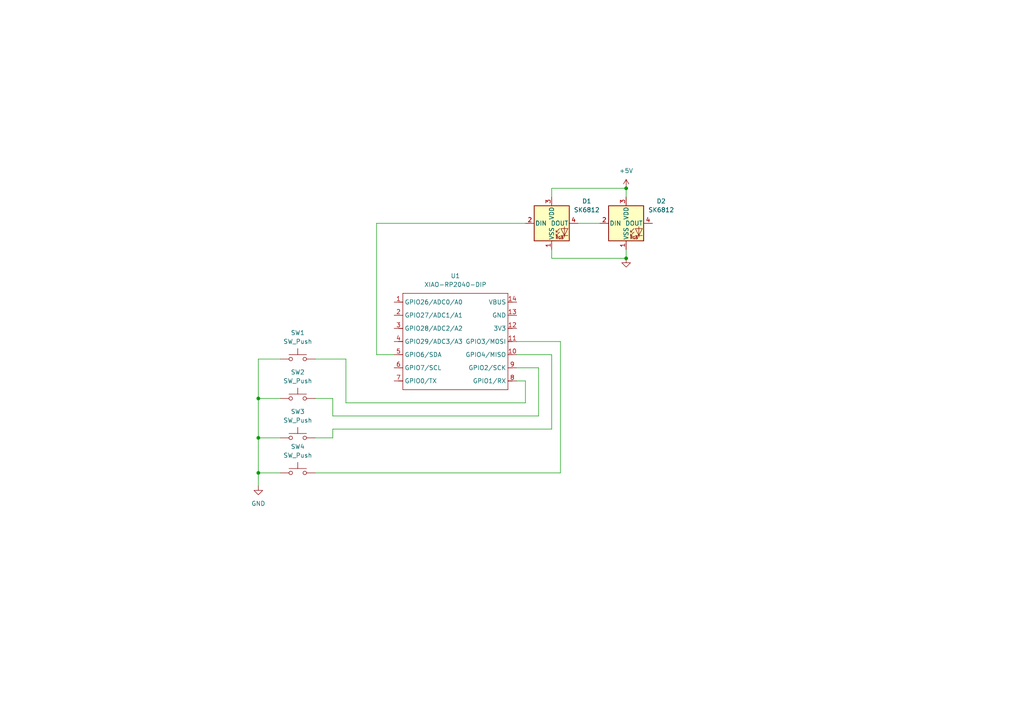
<source format=kicad_sch>
(kicad_sch (version 20250114) (generator "eeschema") (generator_version "9.0")
  (paper "A4")
  (lib_symbols
    (symbol "LED:SK6812" (pin_names (offset 0.254))
      (property "Reference" "D" (at 5.08 5.715 0))
      (property "Value" "SK6812" (at 1.27 -5.715 0))
      (symbol "SK6812_0_0"
        (text "RGB" (at 2.286 -4.191 0) (effects (font (size 0.762 0.762))))
      )
      (symbol "SK6812_0_1"
        (polyline (pts (xy 1.27 -2.54) (xy 1.778 -2.54)))
        (polyline (pts (xy 1.27 -3.556) (xy 1.778 -3.556)))
        (polyline (pts (xy 2.286 -1.524) (xy 1.27 -2.54) (xy 1.27 -2.032)))
        (polyline (pts (xy 2.286 -2.54) (xy 1.27 -3.556) (xy 1.27 -3.048)))
        (polyline (pts (xy 3.683 -1.016) (xy 3.683 -3.556) (xy 3.683 -4.064)))
        (polyline (pts (xy 4.699 -1.524) (xy 2.667 -1.524) (xy 3.683 -3.556) (xy 4.699 -1.524)))
        (polyline (pts (xy 4.699 -3.556) (xy 2.667 -3.556)))
        (rectangle (start 5.08 5.08) (end -5.08 -5.08) (stroke (width 0.254)) (fill (type background)))
      )
      (symbol "SK6812_1_1"
        (pin input line (at -7.62 0 0) (length 2.54) (name "DIN") (number "2"))
        (pin power_in line (at 0 7.62 270) (length 2.54) (name "VDD") (number "3"))
        (pin power_in line (at 0 -7.62 90) (length 2.54) (name "VSS") (number "1"))
        (pin output line (at 7.62 0 180) (length 2.54) (name "DOUT") (number "4"))
      )
    )
    (symbol "OPL Library:XIAO-RP2040-DIP"
      (property "Reference" "U" (at 0 0 0))
      (property "Value" "XIAO-RP2040-DIP" (at 5.334 -1.778 0))
      (symbol "XIAO-RP2040-DIP_1_0"
        (polyline (pts (xy -1.27 -2.54) (xy 29.21 -2.54)) (stroke (width 0.1524)))
        (polyline (pts (xy -1.27 -5.08) (xy -2.54 -5.08)) (stroke (width 0.1524)))
        (polyline (pts (xy -1.27 -5.08) (xy -1.27 -2.54)) (stroke (width 0.1524)))
        (polyline (pts (xy -1.27 -8.89) (xy -2.54 -8.89)) (stroke (width 0.1524)))
        (polyline (pts (xy -1.27 -8.89) (xy -1.27 -5.08)) (stroke (width 0.1524)))
        (polyline (pts (xy -1.27 -12.7) (xy -2.54 -12.7)) (stroke (width 0.1524)))
        (polyline (pts (xy -1.27 -12.7) (xy -1.27 -8.89)) (stroke (width 0.1524)))
        (polyline (pts (xy -1.27 -16.51) (xy -2.54 -16.51)) (stroke (width 0.1524)))
        (polyline (pts (xy -1.27 -16.51) (xy -1.27 -12.7)) (stroke (width 0.1524)))
        (polyline (pts (xy -1.27 -20.32) (xy -2.54 -20.32)) (stroke (width 0.1524)))
        (polyline (pts (xy -1.27 -24.13) (xy -2.54 -24.13)) (stroke (width 0.1524)))
        (polyline (pts (xy -1.27 -27.94) (xy -2.54 -27.94)) (stroke (width 0.1524)))
        (polyline (pts (xy -1.27 -30.48) (xy -1.27 -16.51)) (stroke (width 0.1524)))
        (polyline (pts (xy 29.21 -2.54) (xy 29.21 -5.08)) (stroke (width 0.1524)))
        (polyline (pts (xy 29.21 -5.08) (xy 29.21 -8.89)) (stroke (width 0.1524)))
        (polyline (pts (xy 29.21 -8.89) (xy 29.21 -12.7)) (stroke (width 0.1524)))
        (polyline (pts (xy 29.21 -12.7) (xy 29.21 -30.48)) (stroke (width 0.1524)))
        (polyline (pts (xy 29.21 -30.48) (xy -1.27 -30.48)) (stroke (width 0.1524)))
        (polyline (pts (xy 30.48 -5.08) (xy 29.21 -5.08)) (stroke (width 0.1524)))
        (polyline (pts (xy 30.48 -8.89) (xy 29.21 -8.89)) (stroke (width 0.1524)))
        (polyline (pts (xy 30.48 -12.7) (xy 29.21 -12.7)) (stroke (width 0.1524)))
        (polyline (pts (xy 30.48 -16.51) (xy 29.21 -16.51)) (stroke (width 0.1524)))
        (polyline (pts (xy 30.48 -20.32) (xy 29.21 -20.32)) (stroke (width 0.1524)))
        (polyline (pts (xy 30.48 -24.13) (xy 29.21 -24.13)) (stroke (width 0.1524)))
        (polyline (pts (xy 30.48 -27.94) (xy 29.21 -27.94)) (stroke (width 0.1524)))
        (pin passive line (at -3.81 -5.08 0) (length 2.54) (name "GPIO26/ADC0/A0") (number "1"))
        (pin passive line (at -3.81 -8.89 0) (length 2.54) (name "GPIO27/ADC1/A1") (number "2"))
        (pin passive line (at -3.81 -12.7 0) (length 2.54) (name "GPIO28/ADC2/A2") (number "3"))
        (pin passive line (at -3.81 -16.51 0) (length 2.54) (name "GPIO29/ADC3/A3") (number "4"))
        (pin passive line (at -3.81 -20.32 0) (length 2.54) (name "GPIO6/SDA") (number "5"))
        (pin passive line (at -3.81 -24.13 0) (length 2.54) (name "GPIO7/SCL") (number "6"))
        (pin passive line (at -3.81 -27.94 0) (length 2.54) (name "GPIO0/TX") (number "7"))
        (pin passive line (at 31.75 -5.08 180) (length 2.54) (name "VBUS") (number "14"))
        (pin passive line (at 31.75 -8.89 180) (length 2.54) (name "GND") (number "13"))
        (pin passive line (at 31.75 -12.7 180) (length 2.54) (name "3V3") (number "12"))
        (pin passive line (at 31.75 -16.51 180) (length 2.54) (name "GPIO3/MOSI") (number "11"))
        (pin passive line (at 31.75 -20.32 180) (length 2.54) (name "GPIO4/MISO") (number "10"))
        (pin passive line (at 31.75 -24.13 180) (length 2.54) (name "GPIO2/SCK") (number "9"))
        (pin passive line (at 31.75 -27.94 180) (length 2.54) (name "GPIO1/RX") (number "8"))
      )
    )
    (symbol "Switch:SW_Push" (pin_numbers (hide yes)) (pin_names (offset 1.016) (hide yes))
      (property "Reference" "SW" (at 1.27 2.54 0))
      (property "Value" "SW_Push" (at 0 -1.524 0))
      (symbol "SW_Push_0_1"
        (circle (center -2.032 0) (radius 0.508))
        (polyline (pts (xy 0 1.27) (xy 0 3.048)))
        (circle (center 2.032 0) (radius 0.508))
        (polyline (pts (xy 2.54 1.27) (xy -2.54 1.27)))
        (pin passive line (at -5.08 0 0) (length 2.54) (name "1") (number "1"))
        (pin passive line (at 5.08 0 180) (length 2.54) (name "2") (number "2"))
      )
    )
    (symbol "power:+5V" (power) (pin_numbers (hide yes)) (pin_names (offset 0) (hide yes))
      (property "Value" "+5V" (at 0 3.556 0))
      (symbol "+5V_0_1"
        (polyline (pts (xy -0.762 1.27) (xy 0 2.54)))
        (polyline (pts (xy 0 2.54) (xy 0.762 1.27)))
        (polyline (pts (xy 0 0) (xy 0 2.54)))
      )
      (symbol "+5V_1_1"
        (pin power_in line (at 0 0 90) (length 0) (name "~") (number "1"))
      )
    )
    (symbol "power:GND" (power) (pin_numbers (hide yes)) (pin_names (offset 0) (hide yes))
      (property "Value" "GND" (at 0 -3.81 0))
      (symbol "GND_0_1"
        (polyline (pts (xy 0 0) (xy 0 -1.27) (xy 1.27 -1.27) (xy 0 -2.54) (xy -1.27 -1.27) (xy 0 -1.27)))
      )
      (symbol "GND_1_1"
        (pin power_in line (at 0 0 270) (length 0) (name "~") (number "1"))
      )
    )
  )
  (junction (at 74.93 127))
  (junction (at 181.61 54.61))
  (junction (at 74.93 137.16))
  (junction (at 74.93 115.57))
  (junction (at 181.61 74.93))
  (wire (pts (xy 167.64 64.77) (xy 173.99 64.77)))
  (wire (pts (xy 160.02 72.39) (xy 160.02 74.93)))
  (wire (pts (xy 160.02 57.15) (xy 160.02 54.61)))
  (wire (pts (xy 74.93 104.14) (xy 74.93 115.57)))
  (wire (pts (xy 160.02 124.46) (xy 160.02 102.87)))
  (wire (pts (xy 162.56 99.06) (xy 162.56 137.16)))
  (wire (pts (xy 96.52 127) (xy 96.52 124.46)))
  (wire (pts (xy 91.44 127) (xy 96.52 127)))
  (wire (pts (xy 149.86 99.06) (xy 162.56 99.06)))
  (wire (pts (xy 109.22 102.87) (xy 114.3 102.87)))
  (wire (pts (xy 74.93 127) (xy 74.93 137.16)))
  (wire (pts (xy 160.02 74.93) (xy 181.61 74.93)))
  (wire (pts (xy 91.44 104.14) (xy 100.33 104.14)))
  (wire (pts (xy 74.93 137.16) (xy 81.28 137.16)))
  (wire (pts (xy 156.21 120.65) (xy 96.52 120.65)))
  (wire (pts (xy 74.93 115.57) (xy 74.93 127)))
  (wire (pts (xy 160.02 102.87) (xy 149.86 102.87)))
  (wire (pts (xy 149.86 106.68) (xy 156.21 106.68)))
  (wire (pts (xy 96.52 124.46) (xy 160.02 124.46)))
  (wire (pts (xy 96.52 120.65) (xy 96.52 115.57)))
  (wire (pts (xy 162.56 137.16) (xy 91.44 137.16)))
  (wire (pts (xy 156.21 106.68) (xy 156.21 120.65)))
  (wire (pts (xy 74.93 127) (xy 81.28 127)))
  (wire (pts (xy 96.52 115.57) (xy 91.44 115.57)))
  (wire (pts (xy 100.33 116.84) (xy 152.4 116.84)))
  (wire (pts (xy 100.33 104.14) (xy 100.33 116.84)))
  (wire (pts (xy 81.28 104.14) (xy 74.93 104.14)))
  (wire (pts (xy 152.4 116.84) (xy 152.4 110.49)))
  (wire (pts (xy 152.4 110.49) (xy 149.86 110.49)))
  (wire (pts (xy 109.22 64.77) (xy 109.22 102.87)))
  (wire (pts (xy 74.93 137.16) (xy 74.93 140.97)))
  (wire (pts (xy 152.4 64.77) (xy 109.22 64.77)))
  (wire (pts (xy 160.02 54.61) (xy 181.61 54.61)))
  (wire (pts (xy 74.93 115.57) (xy 81.28 115.57)))
  (wire (pts (xy 181.61 74.93) (xy 181.61 72.39)))
  (wire (pts (xy 181.61 54.61) (xy 181.61 57.15)))
  (symbol (lib_id "power:+5V") (at 181.61 54.61 0) (unit 1)
    (property "Reference" "#PWR03" (effects (hide yes)))
    (property "Value" "+5V" (at 181.61 49.53 0))
    (property "Description" "Power symbol creates a global label with name \"+5V\"" (effects (hide yes)))
  )
  (symbol (lib_id "LED:SK6812") (at 160.02 64.77 0) (unit 1)
    (property "Reference" "D1" (at 170.18 58.3498 0))
    (property "Value" "SK6812" (at 170.18 60.8898 0))
    (property "Footprint" "LED_SMD:LED_SK6812MINI_PLCC4_3.5x3.5mm_P1.75mm" (effects (hide yes)))
    (property "Datasheet" "https://cdn-shop.adafruit.com/product-files/1138/SK6812+LED+datasheet+.pdf" (effects (hide yes)))
    (property "Description" "RGB LED with integrated controller" (effects (hide yes)))
  )
  (symbol (lib_id "Switch:SW_Push") (at 86.36 115.57 0) (unit 1)
    (property "Reference" "SW2" (at 86.36 107.95 0))
    (property "Value" "SW_Push" (at 86.36 110.49 0))
    (property "Footprint" "Button_Switch_Keyboard:SW_Cherry_MX_1.00u_PCB" (effects (hide yes)))
    (property "Description" "Push button switch, generic, two pins" (effects (hide yes)))
  )
  (symbol (lib_id "Switch:SW_Push") (at 86.36 127 0) (unit 1)
    (property "Reference" "SW3" (at 86.36 119.38 0))
    (property "Value" "SW_Push" (at 86.36 121.92 0))
    (property "Footprint" "Button_Switch_Keyboard:SW_Cherry_MX_1.00u_PCB" (effects (hide yes)))
    (property "Description" "Push button switch, generic, two pins" (effects (hide yes)))
  )
  (symbol (lib_id "Switch:SW_Push") (at 86.36 104.14 0) (unit 1)
    (property "Reference" "SW1" (at 86.36 96.52 0))
    (property "Value" "SW_Push" (at 86.36 99.06 0))
    (property "Footprint" "Button_Switch_Keyboard:SW_Cherry_MX_1.00u_PCB" (effects (hide yes)))
    (property "Description" "Push button switch, generic, two pins" (effects (hide yes)))
  )
  (symbol (lib_id "LED:SK6812") (at 181.61 64.77 0) (unit 1)
    (property "Reference" "D2" (at 191.77 58.3498 0))
    (property "Value" "SK6812" (at 191.77 60.8898 0))
    (property "Footprint" "LED_SMD:LED_SK6812MINI_PLCC4_3.5x3.5mm_P1.75mm" (effects (hide yes)))
    (property "Datasheet" "https://cdn-shop.adafruit.com/product-files/1138/SK6812+LED+datasheet+.pdf" (effects (hide yes)))
    (property "Description" "RGB LED with integrated controller" (effects (hide yes)))
  )
  (symbol (lib_id "power:GND") (at 181.61 74.93 0) (unit 1)
    (property "Reference" "#PWR02" (effects (hide yes)))
    (property "Value" "GND" (effects (hide yes)))
    (property "Description" "Power symbol creates a global label with name \"GND\" , ground" (effects (hide yes)))
  )
  (symbol (lib_id "OPL Library:XIAO-RP2040-DIP") (at 118.11 82.55 0) (unit 1)
    (property "Reference" "U1" (at 132.08 80.01 0))
    (property "Value" "XIAO-RP2040-DIP" (at 132.08 82.55 0))
    (property "Footprint" "OPL library:XIAO-RP2040-DIP" (effects (hide yes)))
  )
  (symbol (lib_id "power:GND") (at 74.93 140.97 0) (unit 1)
    (property "Reference" "#PWR01" (effects (hide yes)))
    (property "Value" "GND" (at 74.93 146.05 0))
    (property "Description" "Power symbol creates a global label with name \"GND\" , ground" (effects (hide yes)))
  )
  (symbol (lib_id "Switch:SW_Push") (at 86.36 137.16 0) (unit 1)
    (property "Reference" "SW4" (at 86.36 129.54 0))
    (property "Value" "SW_Push" (at 86.36 132.08 0))
    (property "Footprint" "Button_Switch_Keyboard:SW_Cherry_MX_1.00u_PCB" (effects (hide yes)))
    (property "Description" "Push button switch, generic, two pins" (effects (hide yes)))
  )
)
</source>
